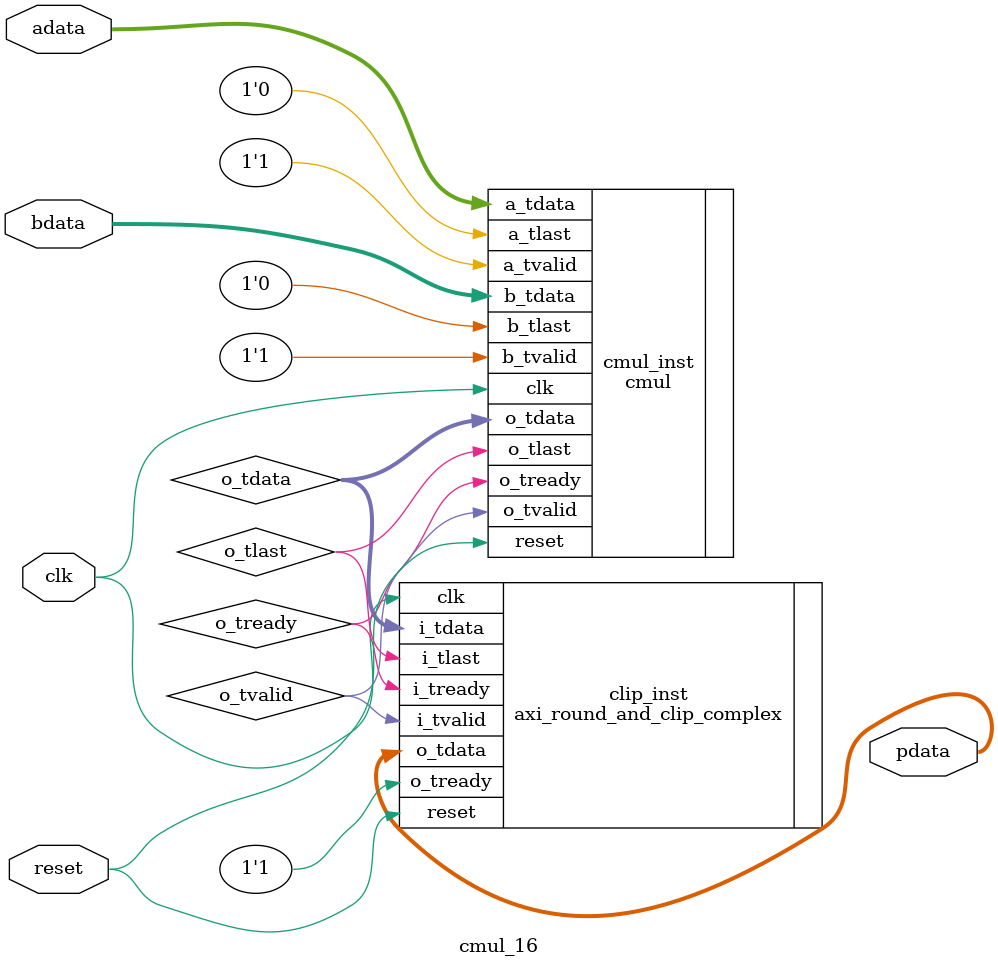
<source format=v>
module cmul_16 (
  input clk, 
  input reset, 
  input [31:0] adata,
  input [31:0] bdata,
  output [31:0] pdata
);

wire [63:0] o_tdata;
wire o_tlast, o_tready, o_tvalid;
cmul cmul_inst ( 
  .clk(clk), .reset(reset), 
  .a_tdata(adata), .a_tlast(1'b0), .a_tvalid(1'b1),
  .b_tdata(bdata), .b_tlast(1'b0), .b_tvalid(1'b1),
  .o_tdata(o_tdata), .o_tready(o_tready), .o_tvalid(o_tvalid), .o_tlast(o_tlast));

axi_round_and_clip_complex #(.WIDTH_IN(32), .WIDTH_OUT(16), .CLIP_BITS(6))
  clip_inst ( .clk(clk), .reset(reset),
              .i_tdata(o_tdata), .i_tlast(o_tlast), .i_tvalid(o_tvalid), .i_tready(o_tready),
              .o_tdata(pdata), .o_tready(1'b1));
  
endmodule
</source>
